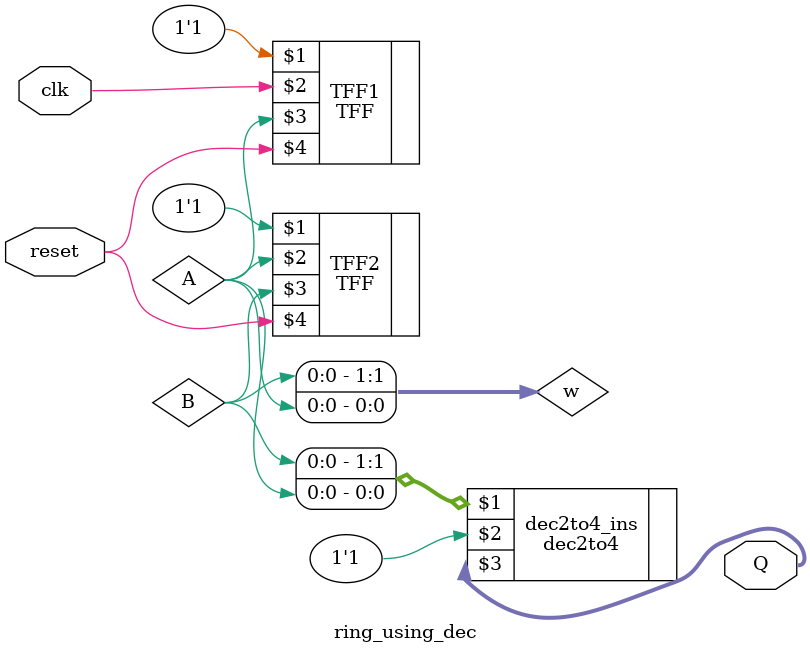
<source format=v>
`include "dec2to4.v"
`include "TFF.v"
module ring_using_dec(clk,reset,Q);

input clk,reset;
output [3:0]Q;

wire A,B;
wire [1:0]w;

TFF TFF1(1'b1, clk, A, reset);
TFF TFF2(1'b1, A, B, reset);
assign w = {B,A};

dec2to4 dec2to4_ins(w,1'b1,Q);

endmodule

</source>
